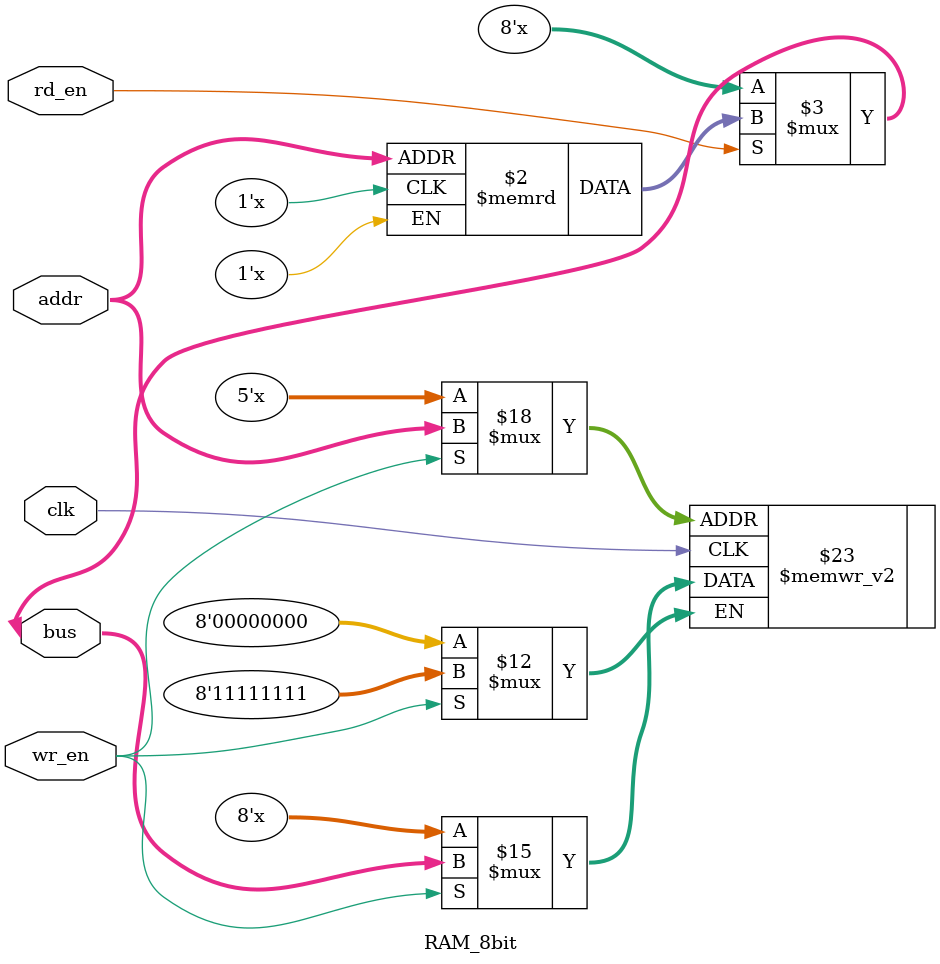
<source format=v>
module RAM_8bit
#(parameter WIDTH = 8)
(
	input		wr_en, rd_en, clk,
	input		[(WIDTH / 2):0] addr,		// 4-bit address from MAR
	inout		[WIDTH - 1:0] bus		// 8-bit bidirectional bus
);

reg [WIDTH - 1:0] mem_reg [0:15];		        // Defining 8-bit wide memory with 16 addresses

assign bus = (rd_en) ? mem_reg[addr] : 8'bz;		// Tri-state buffer to disconnect bus if read enable is low

always @ (posedge clk)
	if (wr_en) mem_reg[addr] <= bus;	        // If wr_en is high, store bus values in mem_reg at the selected address
endmodule

</source>
